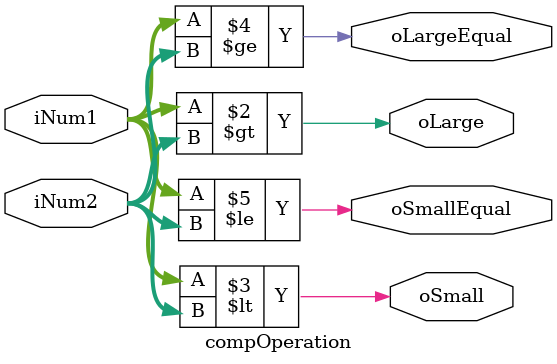
<source format=v>
/************************************************
目的：比较两个4bit数的

环境：Verilog-2001

范围：input    iNum1,iNum2 待比较的数 4bit
      output   oLarge   iNum1 大于iNum2 则为1 1bit
               oSmall   小于为1 1bit
               oLargeEqual   大于等于为1 1bit
               oSmallEqual   小于等于为1 1bit	
      
功能：以输入的两个数作为敏感信号，驱动比较单元比较
      比较直接使用 > < >= <= 比较符表示比较单元。
		
日期：2017/12/27  
************************************************/
module compOperation(
input		  [3:0]	iNum1,iNum2,
output reg			oLarge,oSmall,
						oLargeEqual,oSmallEqual);
always @(iNum1,iNum2)
begin
	oLarge = iNum1 > iNum2;
	oSmall = iNum1 < iNum2;
	oLargeEqual = iNum1 >= iNum2;
	oSmallEqual = iNum1 <= iNum2;
end
endmodule

</source>
